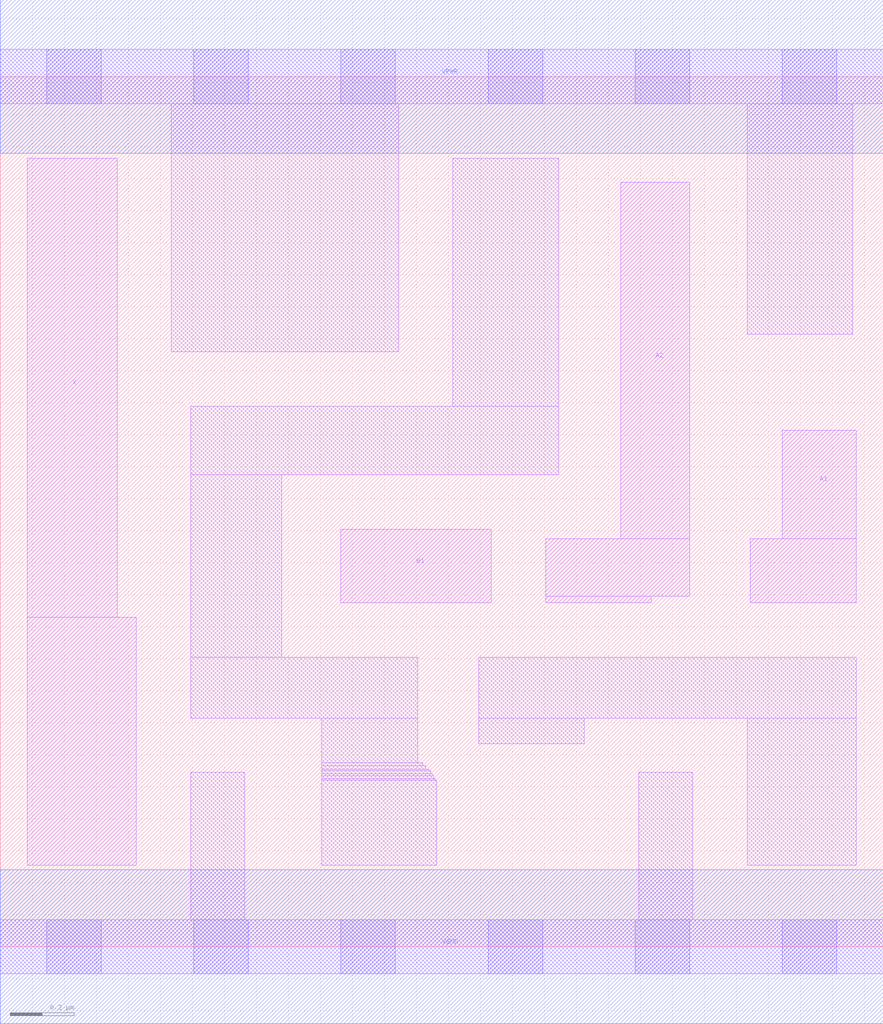
<source format=lef>
# Copyright 2020 The SkyWater PDK Authors
#
# Licensed under the Apache License, Version 2.0 (the "License");
# you may not use this file except in compliance with the License.
# You may obtain a copy of the License at
#
#     https://www.apache.org/licenses/LICENSE-2.0
#
# Unless required by applicable law or agreed to in writing, software
# distributed under the License is distributed on an "AS IS" BASIS,
# WITHOUT WARRANTIES OR CONDITIONS OF ANY KIND, either express or implied.
# See the License for the specific language governing permissions and
# limitations under the License.
#
# SPDX-License-Identifier: Apache-2.0

VERSION 5.7 ;
  NOWIREEXTENSIONATPIN ON ;
  DIVIDERCHAR "/" ;
  BUSBITCHARS "[]" ;
UNITS
  DATABASE MICRONS 200 ;
END UNITS
MACRO sky130_fd_sc_hd__o21a_1
  CLASS CORE ;
  FOREIGN sky130_fd_sc_hd__o21a_1 ;
  ORIGIN  0.000000  0.000000 ;
  SIZE  2.760000 BY  2.720000 ;
  SYMMETRY X Y R90 ;
  SITE unithd ;
  PIN A1
    ANTENNAGATEAREA  0.247500 ;
    DIRECTION INPUT ;
    USE SIGNAL ;
    PORT
      LAYER li1 ;
        RECT 2.345000 1.075000 2.675000 1.275000 ;
        RECT 2.445000 1.275000 2.675000 1.615000 ;
    END
  END A1
  PIN A2
    ANTENNAGATEAREA  0.247500 ;
    DIRECTION INPUT ;
    USE SIGNAL ;
    PORT
      LAYER li1 ;
        RECT 1.705000 1.075000 2.035000 1.095000 ;
        RECT 1.705000 1.095000 2.155000 1.275000 ;
        RECT 1.940000 1.275000 2.155000 2.390000 ;
    END
  END A2
  PIN B1
    ANTENNAGATEAREA  0.247500 ;
    DIRECTION INPUT ;
    USE SIGNAL ;
    PORT
      LAYER li1 ;
        RECT 1.065000 1.075000 1.535000 1.305000 ;
    END
  END B1
  PIN X
    ANTENNADIFFAREA  0.449000 ;
    DIRECTION OUTPUT ;
    USE SIGNAL ;
    PORT
      LAYER li1 ;
        RECT 0.085000 0.255000 0.425000 1.030000 ;
        RECT 0.085000 1.030000 0.365000 2.465000 ;
    END
  END X
  PIN VGND
    DIRECTION INOUT ;
    SHAPE ABUTMENT ;
    USE GROUND ;
    PORT
      LAYER met1 ;
        RECT 0.000000 -0.240000 2.760000 0.240000 ;
    END
  END VGND
  PIN VPWR
    DIRECTION INOUT ;
    SHAPE ABUTMENT ;
    USE POWER ;
    PORT
      LAYER met1 ;
        RECT 0.000000 2.480000 2.760000 2.960000 ;
    END
  END VPWR
  OBS
    LAYER li1 ;
      RECT 0.000000 -0.085000 2.760000 0.085000 ;
      RECT 0.000000  2.635000 2.760000 2.805000 ;
      RECT 0.535000  1.860000 1.245000 2.635000 ;
      RECT 0.595000  0.085000 0.765000 0.545000 ;
      RECT 0.595000  0.715000 1.305000 0.905000 ;
      RECT 0.595000  0.905000 0.880000 1.475000 ;
      RECT 0.595000  1.475000 1.745000 1.690000 ;
      RECT 1.005000  0.255000 1.365000 0.520000 ;
      RECT 1.005000  0.520000 1.360000 0.525000 ;
      RECT 1.005000  0.525000 1.355000 0.535000 ;
      RECT 1.005000  0.535000 1.350000 0.540000 ;
      RECT 1.005000  0.540000 1.345000 0.550000 ;
      RECT 1.005000  0.550000 1.340000 0.555000 ;
      RECT 1.005000  0.555000 1.330000 0.565000 ;
      RECT 1.005000  0.565000 1.320000 0.575000 ;
      RECT 1.005000  0.575000 1.305000 0.715000 ;
      RECT 1.415000  1.690000 1.745000 2.465000 ;
      RECT 1.495000  0.635000 1.825000 0.715000 ;
      RECT 1.495000  0.715000 2.675000 0.905000 ;
      RECT 1.995000  0.085000 2.165000 0.545000 ;
      RECT 2.335000  0.255000 2.675000 0.715000 ;
      RECT 2.335000  1.915000 2.665000 2.635000 ;
    LAYER mcon ;
      RECT 0.145000 -0.085000 0.315000 0.085000 ;
      RECT 0.145000  2.635000 0.315000 2.805000 ;
      RECT 0.605000 -0.085000 0.775000 0.085000 ;
      RECT 0.605000  2.635000 0.775000 2.805000 ;
      RECT 1.065000 -0.085000 1.235000 0.085000 ;
      RECT 1.065000  2.635000 1.235000 2.805000 ;
      RECT 1.525000 -0.085000 1.695000 0.085000 ;
      RECT 1.525000  2.635000 1.695000 2.805000 ;
      RECT 1.985000 -0.085000 2.155000 0.085000 ;
      RECT 1.985000  2.635000 2.155000 2.805000 ;
      RECT 2.445000 -0.085000 2.615000 0.085000 ;
      RECT 2.445000  2.635000 2.615000 2.805000 ;
  END
END sky130_fd_sc_hd__o21a_1
END LIBRARY

</source>
